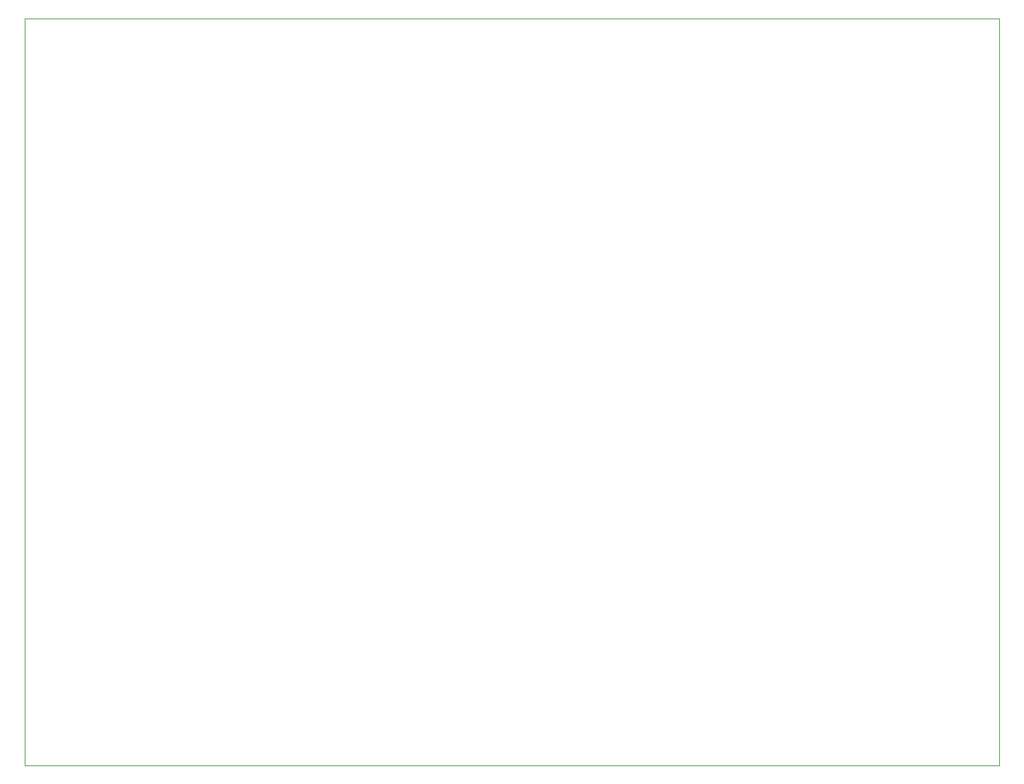
<source format=gbr>
%TF.GenerationSoftware,KiCad,Pcbnew,7.0.7*%
%TF.CreationDate,2024-02-20T18:04:50-10:00*%
%TF.ProjectId,Controller,436f6e74-726f-46c6-9c65-722e6b696361,New*%
%TF.SameCoordinates,Original*%
%TF.FileFunction,Paste,Top*%
%TF.FilePolarity,Positive*%
%FSLAX46Y46*%
G04 Gerber Fmt 4.6, Leading zero omitted, Abs format (unit mm)*
G04 Created by KiCad (PCBNEW 7.0.7) date 2024-02-20 18:04:50*
%MOMM*%
%LPD*%
G01*
G04 APERTURE LIST*
%TA.AperFunction,Profile*%
%ADD10C,0.050000*%
%TD*%
G04 APERTURE END LIST*
D10*
X161600000Y-147600000D02*
X41600000Y-147600000D01*
X41600000Y-147600000D02*
X41600000Y-55600000D01*
X41600000Y-55600000D02*
X161600000Y-55600000D01*
X161600000Y-55600000D02*
X161600000Y-147600000D01*
M02*

</source>
